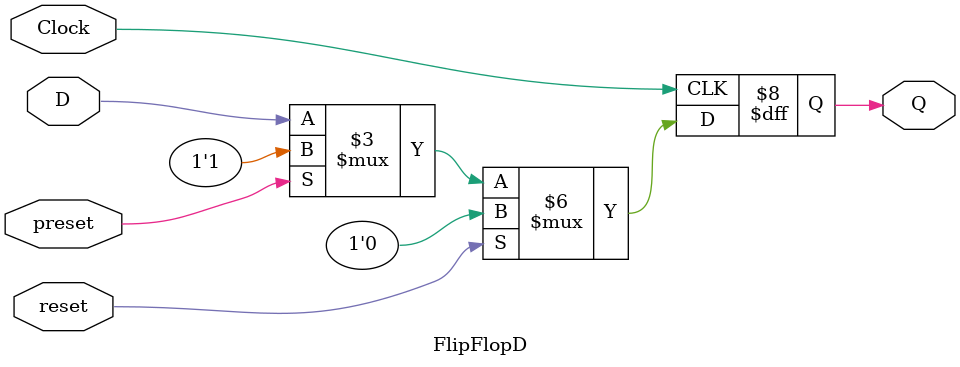
<source format=v>
module FlipFlopD(
    input preset,
    input reset,
    input D,
    input Clock,
    output reg Q
);

    always @(posedge Clock) begin
        if (reset) begin
            Q <= 0;
        end
        else if (preset) begin
            Q <= 1;
        end
        else begin
            Q <= D;
        end
    end

endmodule

</source>
